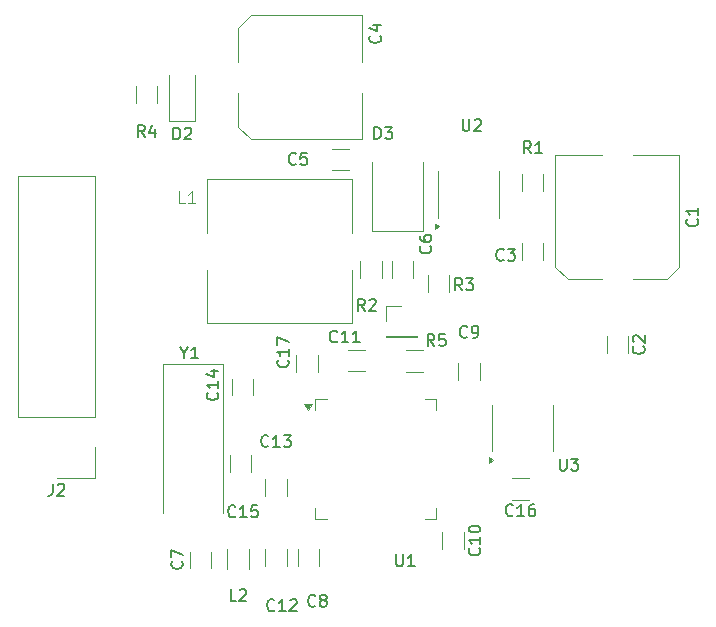
<source format=gbr>
%TF.GenerationSoftware,KiCad,Pcbnew,8.0.1*%
%TF.CreationDate,2025-05-19T10:21:45+02:00*%
%TF.ProjectId,stm32f103 board,73746d33-3266-4313-9033-20626f617264,rev?*%
%TF.SameCoordinates,Original*%
%TF.FileFunction,Legend,Top*%
%TF.FilePolarity,Positive*%
%FSLAX46Y46*%
G04 Gerber Fmt 4.6, Leading zero omitted, Abs format (unit mm)*
G04 Created by KiCad (PCBNEW 8.0.1) date 2025-05-19 10:21:45*
%MOMM*%
%LPD*%
G01*
G04 APERTURE LIST*
%ADD10C,0.150000*%
%ADD11C,0.100000*%
%ADD12C,0.120000*%
G04 APERTURE END LIST*
D10*
X119913333Y-104994819D02*
X119580000Y-104518628D01*
X119341905Y-104994819D02*
X119341905Y-103994819D01*
X119341905Y-103994819D02*
X119722857Y-103994819D01*
X119722857Y-103994819D02*
X119818095Y-104042438D01*
X119818095Y-104042438D02*
X119865714Y-104090057D01*
X119865714Y-104090057D02*
X119913333Y-104185295D01*
X119913333Y-104185295D02*
X119913333Y-104328152D01*
X119913333Y-104328152D02*
X119865714Y-104423390D01*
X119865714Y-104423390D02*
X119818095Y-104471009D01*
X119818095Y-104471009D02*
X119722857Y-104518628D01*
X119722857Y-104518628D02*
X119341905Y-104518628D01*
X120818095Y-103994819D02*
X120341905Y-103994819D01*
X120341905Y-103994819D02*
X120294286Y-104471009D01*
X120294286Y-104471009D02*
X120341905Y-104423390D01*
X120341905Y-104423390D02*
X120437143Y-104375771D01*
X120437143Y-104375771D02*
X120675238Y-104375771D01*
X120675238Y-104375771D02*
X120770476Y-104423390D01*
X120770476Y-104423390D02*
X120818095Y-104471009D01*
X120818095Y-104471009D02*
X120865714Y-104566247D01*
X120865714Y-104566247D02*
X120865714Y-104804342D01*
X120865714Y-104804342D02*
X120818095Y-104899580D01*
X120818095Y-104899580D02*
X120770476Y-104947200D01*
X120770476Y-104947200D02*
X120675238Y-104994819D01*
X120675238Y-104994819D02*
X120437143Y-104994819D01*
X120437143Y-104994819D02*
X120341905Y-104947200D01*
X120341905Y-104947200D02*
X120294286Y-104899580D01*
X107499580Y-106192857D02*
X107547200Y-106240476D01*
X107547200Y-106240476D02*
X107594819Y-106383333D01*
X107594819Y-106383333D02*
X107594819Y-106478571D01*
X107594819Y-106478571D02*
X107547200Y-106621428D01*
X107547200Y-106621428D02*
X107451961Y-106716666D01*
X107451961Y-106716666D02*
X107356723Y-106764285D01*
X107356723Y-106764285D02*
X107166247Y-106811904D01*
X107166247Y-106811904D02*
X107023390Y-106811904D01*
X107023390Y-106811904D02*
X106832914Y-106764285D01*
X106832914Y-106764285D02*
X106737676Y-106716666D01*
X106737676Y-106716666D02*
X106642438Y-106621428D01*
X106642438Y-106621428D02*
X106594819Y-106478571D01*
X106594819Y-106478571D02*
X106594819Y-106383333D01*
X106594819Y-106383333D02*
X106642438Y-106240476D01*
X106642438Y-106240476D02*
X106690057Y-106192857D01*
X107594819Y-105240476D02*
X107594819Y-105811904D01*
X107594819Y-105526190D02*
X106594819Y-105526190D01*
X106594819Y-105526190D02*
X106737676Y-105621428D01*
X106737676Y-105621428D02*
X106832914Y-105716666D01*
X106832914Y-105716666D02*
X106880533Y-105811904D01*
X106594819Y-104907142D02*
X106594819Y-104240476D01*
X106594819Y-104240476D02*
X107594819Y-104669047D01*
X126557142Y-119309580D02*
X126509523Y-119357200D01*
X126509523Y-119357200D02*
X126366666Y-119404819D01*
X126366666Y-119404819D02*
X126271428Y-119404819D01*
X126271428Y-119404819D02*
X126128571Y-119357200D01*
X126128571Y-119357200D02*
X126033333Y-119261961D01*
X126033333Y-119261961D02*
X125985714Y-119166723D01*
X125985714Y-119166723D02*
X125938095Y-118976247D01*
X125938095Y-118976247D02*
X125938095Y-118833390D01*
X125938095Y-118833390D02*
X125985714Y-118642914D01*
X125985714Y-118642914D02*
X126033333Y-118547676D01*
X126033333Y-118547676D02*
X126128571Y-118452438D01*
X126128571Y-118452438D02*
X126271428Y-118404819D01*
X126271428Y-118404819D02*
X126366666Y-118404819D01*
X126366666Y-118404819D02*
X126509523Y-118452438D01*
X126509523Y-118452438D02*
X126557142Y-118500057D01*
X127509523Y-119404819D02*
X126938095Y-119404819D01*
X127223809Y-119404819D02*
X127223809Y-118404819D01*
X127223809Y-118404819D02*
X127128571Y-118547676D01*
X127128571Y-118547676D02*
X127033333Y-118642914D01*
X127033333Y-118642914D02*
X126938095Y-118690533D01*
X128366666Y-118404819D02*
X128176190Y-118404819D01*
X128176190Y-118404819D02*
X128080952Y-118452438D01*
X128080952Y-118452438D02*
X128033333Y-118500057D01*
X128033333Y-118500057D02*
X127938095Y-118642914D01*
X127938095Y-118642914D02*
X127890476Y-118833390D01*
X127890476Y-118833390D02*
X127890476Y-119214342D01*
X127890476Y-119214342D02*
X127938095Y-119309580D01*
X127938095Y-119309580D02*
X127985714Y-119357200D01*
X127985714Y-119357200D02*
X128080952Y-119404819D01*
X128080952Y-119404819D02*
X128271428Y-119404819D01*
X128271428Y-119404819D02*
X128366666Y-119357200D01*
X128366666Y-119357200D02*
X128414285Y-119309580D01*
X128414285Y-119309580D02*
X128461904Y-119214342D01*
X128461904Y-119214342D02*
X128461904Y-118976247D01*
X128461904Y-118976247D02*
X128414285Y-118881009D01*
X128414285Y-118881009D02*
X128366666Y-118833390D01*
X128366666Y-118833390D02*
X128271428Y-118785771D01*
X128271428Y-118785771D02*
X128080952Y-118785771D01*
X128080952Y-118785771D02*
X127985714Y-118833390D01*
X127985714Y-118833390D02*
X127938095Y-118881009D01*
X127938095Y-118881009D02*
X127890476Y-118976247D01*
X101529580Y-108942857D02*
X101577200Y-108990476D01*
X101577200Y-108990476D02*
X101624819Y-109133333D01*
X101624819Y-109133333D02*
X101624819Y-109228571D01*
X101624819Y-109228571D02*
X101577200Y-109371428D01*
X101577200Y-109371428D02*
X101481961Y-109466666D01*
X101481961Y-109466666D02*
X101386723Y-109514285D01*
X101386723Y-109514285D02*
X101196247Y-109561904D01*
X101196247Y-109561904D02*
X101053390Y-109561904D01*
X101053390Y-109561904D02*
X100862914Y-109514285D01*
X100862914Y-109514285D02*
X100767676Y-109466666D01*
X100767676Y-109466666D02*
X100672438Y-109371428D01*
X100672438Y-109371428D02*
X100624819Y-109228571D01*
X100624819Y-109228571D02*
X100624819Y-109133333D01*
X100624819Y-109133333D02*
X100672438Y-108990476D01*
X100672438Y-108990476D02*
X100720057Y-108942857D01*
X101624819Y-107990476D02*
X101624819Y-108561904D01*
X101624819Y-108276190D02*
X100624819Y-108276190D01*
X100624819Y-108276190D02*
X100767676Y-108371428D01*
X100767676Y-108371428D02*
X100862914Y-108466666D01*
X100862914Y-108466666D02*
X100910533Y-108561904D01*
X100958152Y-107133333D02*
X101624819Y-107133333D01*
X100577200Y-107371428D02*
X101291485Y-107609523D01*
X101291485Y-107609523D02*
X101291485Y-106990476D01*
X119569580Y-96546666D02*
X119617200Y-96594285D01*
X119617200Y-96594285D02*
X119664819Y-96737142D01*
X119664819Y-96737142D02*
X119664819Y-96832380D01*
X119664819Y-96832380D02*
X119617200Y-96975237D01*
X119617200Y-96975237D02*
X119521961Y-97070475D01*
X119521961Y-97070475D02*
X119426723Y-97118094D01*
X119426723Y-97118094D02*
X119236247Y-97165713D01*
X119236247Y-97165713D02*
X119093390Y-97165713D01*
X119093390Y-97165713D02*
X118902914Y-97118094D01*
X118902914Y-97118094D02*
X118807676Y-97070475D01*
X118807676Y-97070475D02*
X118712438Y-96975237D01*
X118712438Y-96975237D02*
X118664819Y-96832380D01*
X118664819Y-96832380D02*
X118664819Y-96737142D01*
X118664819Y-96737142D02*
X118712438Y-96594285D01*
X118712438Y-96594285D02*
X118760057Y-96546666D01*
X118664819Y-95689523D02*
X118664819Y-95879999D01*
X118664819Y-95879999D02*
X118712438Y-95975237D01*
X118712438Y-95975237D02*
X118760057Y-96022856D01*
X118760057Y-96022856D02*
X118902914Y-96118094D01*
X118902914Y-96118094D02*
X119093390Y-96165713D01*
X119093390Y-96165713D02*
X119474342Y-96165713D01*
X119474342Y-96165713D02*
X119569580Y-96118094D01*
X119569580Y-96118094D02*
X119617200Y-96070475D01*
X119617200Y-96070475D02*
X119664819Y-95975237D01*
X119664819Y-95975237D02*
X119664819Y-95784761D01*
X119664819Y-95784761D02*
X119617200Y-95689523D01*
X119617200Y-95689523D02*
X119569580Y-95641904D01*
X119569580Y-95641904D02*
X119474342Y-95594285D01*
X119474342Y-95594285D02*
X119236247Y-95594285D01*
X119236247Y-95594285D02*
X119141009Y-95641904D01*
X119141009Y-95641904D02*
X119093390Y-95689523D01*
X119093390Y-95689523D02*
X119045771Y-95784761D01*
X119045771Y-95784761D02*
X119045771Y-95975237D01*
X119045771Y-95975237D02*
X119093390Y-96070475D01*
X119093390Y-96070475D02*
X119141009Y-96118094D01*
X119141009Y-96118094D02*
X119236247Y-96165713D01*
X122683333Y-104209580D02*
X122635714Y-104257200D01*
X122635714Y-104257200D02*
X122492857Y-104304819D01*
X122492857Y-104304819D02*
X122397619Y-104304819D01*
X122397619Y-104304819D02*
X122254762Y-104257200D01*
X122254762Y-104257200D02*
X122159524Y-104161961D01*
X122159524Y-104161961D02*
X122111905Y-104066723D01*
X122111905Y-104066723D02*
X122064286Y-103876247D01*
X122064286Y-103876247D02*
X122064286Y-103733390D01*
X122064286Y-103733390D02*
X122111905Y-103542914D01*
X122111905Y-103542914D02*
X122159524Y-103447676D01*
X122159524Y-103447676D02*
X122254762Y-103352438D01*
X122254762Y-103352438D02*
X122397619Y-103304819D01*
X122397619Y-103304819D02*
X122492857Y-103304819D01*
X122492857Y-103304819D02*
X122635714Y-103352438D01*
X122635714Y-103352438D02*
X122683333Y-103400057D01*
X123159524Y-104304819D02*
X123350000Y-104304819D01*
X123350000Y-104304819D02*
X123445238Y-104257200D01*
X123445238Y-104257200D02*
X123492857Y-104209580D01*
X123492857Y-104209580D02*
X123588095Y-104066723D01*
X123588095Y-104066723D02*
X123635714Y-103876247D01*
X123635714Y-103876247D02*
X123635714Y-103495295D01*
X123635714Y-103495295D02*
X123588095Y-103400057D01*
X123588095Y-103400057D02*
X123540476Y-103352438D01*
X123540476Y-103352438D02*
X123445238Y-103304819D01*
X123445238Y-103304819D02*
X123254762Y-103304819D01*
X123254762Y-103304819D02*
X123159524Y-103352438D01*
X123159524Y-103352438D02*
X123111905Y-103400057D01*
X123111905Y-103400057D02*
X123064286Y-103495295D01*
X123064286Y-103495295D02*
X123064286Y-103733390D01*
X123064286Y-103733390D02*
X123111905Y-103828628D01*
X123111905Y-103828628D02*
X123159524Y-103876247D01*
X123159524Y-103876247D02*
X123254762Y-103923866D01*
X123254762Y-103923866D02*
X123445238Y-103923866D01*
X123445238Y-103923866D02*
X123540476Y-103876247D01*
X123540476Y-103876247D02*
X123588095Y-103828628D01*
X123588095Y-103828628D02*
X123635714Y-103733390D01*
X114836905Y-87479819D02*
X114836905Y-86479819D01*
X114836905Y-86479819D02*
X115075000Y-86479819D01*
X115075000Y-86479819D02*
X115217857Y-86527438D01*
X115217857Y-86527438D02*
X115313095Y-86622676D01*
X115313095Y-86622676D02*
X115360714Y-86717914D01*
X115360714Y-86717914D02*
X115408333Y-86908390D01*
X115408333Y-86908390D02*
X115408333Y-87051247D01*
X115408333Y-87051247D02*
X115360714Y-87241723D01*
X115360714Y-87241723D02*
X115313095Y-87336961D01*
X115313095Y-87336961D02*
X115217857Y-87432200D01*
X115217857Y-87432200D02*
X115075000Y-87479819D01*
X115075000Y-87479819D02*
X114836905Y-87479819D01*
X115741667Y-86479819D02*
X116360714Y-86479819D01*
X116360714Y-86479819D02*
X116027381Y-86860771D01*
X116027381Y-86860771D02*
X116170238Y-86860771D01*
X116170238Y-86860771D02*
X116265476Y-86908390D01*
X116265476Y-86908390D02*
X116313095Y-86956009D01*
X116313095Y-86956009D02*
X116360714Y-87051247D01*
X116360714Y-87051247D02*
X116360714Y-87289342D01*
X116360714Y-87289342D02*
X116313095Y-87384580D01*
X116313095Y-87384580D02*
X116265476Y-87432200D01*
X116265476Y-87432200D02*
X116170238Y-87479819D01*
X116170238Y-87479819D02*
X115884524Y-87479819D01*
X115884524Y-87479819D02*
X115789286Y-87432200D01*
X115789286Y-87432200D02*
X115741667Y-87384580D01*
X142159580Y-94266666D02*
X142207200Y-94314285D01*
X142207200Y-94314285D02*
X142254819Y-94457142D01*
X142254819Y-94457142D02*
X142254819Y-94552380D01*
X142254819Y-94552380D02*
X142207200Y-94695237D01*
X142207200Y-94695237D02*
X142111961Y-94790475D01*
X142111961Y-94790475D02*
X142016723Y-94838094D01*
X142016723Y-94838094D02*
X141826247Y-94885713D01*
X141826247Y-94885713D02*
X141683390Y-94885713D01*
X141683390Y-94885713D02*
X141492914Y-94838094D01*
X141492914Y-94838094D02*
X141397676Y-94790475D01*
X141397676Y-94790475D02*
X141302438Y-94695237D01*
X141302438Y-94695237D02*
X141254819Y-94552380D01*
X141254819Y-94552380D02*
X141254819Y-94457142D01*
X141254819Y-94457142D02*
X141302438Y-94314285D01*
X141302438Y-94314285D02*
X141350057Y-94266666D01*
X142254819Y-93314285D02*
X142254819Y-93885713D01*
X142254819Y-93599999D02*
X141254819Y-93599999D01*
X141254819Y-93599999D02*
X141397676Y-93695237D01*
X141397676Y-93695237D02*
X141492914Y-93790475D01*
X141492914Y-93790475D02*
X141540533Y-93885713D01*
X115309580Y-78716666D02*
X115357200Y-78764285D01*
X115357200Y-78764285D02*
X115404819Y-78907142D01*
X115404819Y-78907142D02*
X115404819Y-79002380D01*
X115404819Y-79002380D02*
X115357200Y-79145237D01*
X115357200Y-79145237D02*
X115261961Y-79240475D01*
X115261961Y-79240475D02*
X115166723Y-79288094D01*
X115166723Y-79288094D02*
X114976247Y-79335713D01*
X114976247Y-79335713D02*
X114833390Y-79335713D01*
X114833390Y-79335713D02*
X114642914Y-79288094D01*
X114642914Y-79288094D02*
X114547676Y-79240475D01*
X114547676Y-79240475D02*
X114452438Y-79145237D01*
X114452438Y-79145237D02*
X114404819Y-79002380D01*
X114404819Y-79002380D02*
X114404819Y-78907142D01*
X114404819Y-78907142D02*
X114452438Y-78764285D01*
X114452438Y-78764285D02*
X114500057Y-78716666D01*
X114738152Y-77859523D02*
X115404819Y-77859523D01*
X114357200Y-78097618D02*
X115071485Y-78335713D01*
X115071485Y-78335713D02*
X115071485Y-77716666D01*
D11*
X98783333Y-92907419D02*
X98307143Y-92907419D01*
X98307143Y-92907419D02*
X98307143Y-91907419D01*
X99640476Y-92907419D02*
X99069048Y-92907419D01*
X99354762Y-92907419D02*
X99354762Y-91907419D01*
X99354762Y-91907419D02*
X99259524Y-92050276D01*
X99259524Y-92050276D02*
X99164286Y-92145514D01*
X99164286Y-92145514D02*
X99069048Y-92193133D01*
D10*
X109833333Y-126984580D02*
X109785714Y-127032200D01*
X109785714Y-127032200D02*
X109642857Y-127079819D01*
X109642857Y-127079819D02*
X109547619Y-127079819D01*
X109547619Y-127079819D02*
X109404762Y-127032200D01*
X109404762Y-127032200D02*
X109309524Y-126936961D01*
X109309524Y-126936961D02*
X109261905Y-126841723D01*
X109261905Y-126841723D02*
X109214286Y-126651247D01*
X109214286Y-126651247D02*
X109214286Y-126508390D01*
X109214286Y-126508390D02*
X109261905Y-126317914D01*
X109261905Y-126317914D02*
X109309524Y-126222676D01*
X109309524Y-126222676D02*
X109404762Y-126127438D01*
X109404762Y-126127438D02*
X109547619Y-126079819D01*
X109547619Y-126079819D02*
X109642857Y-126079819D01*
X109642857Y-126079819D02*
X109785714Y-126127438D01*
X109785714Y-126127438D02*
X109833333Y-126175057D01*
X110404762Y-126508390D02*
X110309524Y-126460771D01*
X110309524Y-126460771D02*
X110261905Y-126413152D01*
X110261905Y-126413152D02*
X110214286Y-126317914D01*
X110214286Y-126317914D02*
X110214286Y-126270295D01*
X110214286Y-126270295D02*
X110261905Y-126175057D01*
X110261905Y-126175057D02*
X110309524Y-126127438D01*
X110309524Y-126127438D02*
X110404762Y-126079819D01*
X110404762Y-126079819D02*
X110595238Y-126079819D01*
X110595238Y-126079819D02*
X110690476Y-126127438D01*
X110690476Y-126127438D02*
X110738095Y-126175057D01*
X110738095Y-126175057D02*
X110785714Y-126270295D01*
X110785714Y-126270295D02*
X110785714Y-126317914D01*
X110785714Y-126317914D02*
X110738095Y-126413152D01*
X110738095Y-126413152D02*
X110690476Y-126460771D01*
X110690476Y-126460771D02*
X110595238Y-126508390D01*
X110595238Y-126508390D02*
X110404762Y-126508390D01*
X110404762Y-126508390D02*
X110309524Y-126556009D01*
X110309524Y-126556009D02*
X110261905Y-126603628D01*
X110261905Y-126603628D02*
X110214286Y-126698866D01*
X110214286Y-126698866D02*
X110214286Y-126889342D01*
X110214286Y-126889342D02*
X110261905Y-126984580D01*
X110261905Y-126984580D02*
X110309524Y-127032200D01*
X110309524Y-127032200D02*
X110404762Y-127079819D01*
X110404762Y-127079819D02*
X110595238Y-127079819D01*
X110595238Y-127079819D02*
X110690476Y-127032200D01*
X110690476Y-127032200D02*
X110738095Y-126984580D01*
X110738095Y-126984580D02*
X110785714Y-126889342D01*
X110785714Y-126889342D02*
X110785714Y-126698866D01*
X110785714Y-126698866D02*
X110738095Y-126603628D01*
X110738095Y-126603628D02*
X110690476Y-126556009D01*
X110690476Y-126556009D02*
X110595238Y-126508390D01*
X103057142Y-119409580D02*
X103009523Y-119457200D01*
X103009523Y-119457200D02*
X102866666Y-119504819D01*
X102866666Y-119504819D02*
X102771428Y-119504819D01*
X102771428Y-119504819D02*
X102628571Y-119457200D01*
X102628571Y-119457200D02*
X102533333Y-119361961D01*
X102533333Y-119361961D02*
X102485714Y-119266723D01*
X102485714Y-119266723D02*
X102438095Y-119076247D01*
X102438095Y-119076247D02*
X102438095Y-118933390D01*
X102438095Y-118933390D02*
X102485714Y-118742914D01*
X102485714Y-118742914D02*
X102533333Y-118647676D01*
X102533333Y-118647676D02*
X102628571Y-118552438D01*
X102628571Y-118552438D02*
X102771428Y-118504819D01*
X102771428Y-118504819D02*
X102866666Y-118504819D01*
X102866666Y-118504819D02*
X103009523Y-118552438D01*
X103009523Y-118552438D02*
X103057142Y-118600057D01*
X104009523Y-119504819D02*
X103438095Y-119504819D01*
X103723809Y-119504819D02*
X103723809Y-118504819D01*
X103723809Y-118504819D02*
X103628571Y-118647676D01*
X103628571Y-118647676D02*
X103533333Y-118742914D01*
X103533333Y-118742914D02*
X103438095Y-118790533D01*
X104914285Y-118504819D02*
X104438095Y-118504819D01*
X104438095Y-118504819D02*
X104390476Y-118981009D01*
X104390476Y-118981009D02*
X104438095Y-118933390D01*
X104438095Y-118933390D02*
X104533333Y-118885771D01*
X104533333Y-118885771D02*
X104771428Y-118885771D01*
X104771428Y-118885771D02*
X104866666Y-118933390D01*
X104866666Y-118933390D02*
X104914285Y-118981009D01*
X104914285Y-118981009D02*
X104961904Y-119076247D01*
X104961904Y-119076247D02*
X104961904Y-119314342D01*
X104961904Y-119314342D02*
X104914285Y-119409580D01*
X104914285Y-119409580D02*
X104866666Y-119457200D01*
X104866666Y-119457200D02*
X104771428Y-119504819D01*
X104771428Y-119504819D02*
X104533333Y-119504819D01*
X104533333Y-119504819D02*
X104438095Y-119457200D01*
X104438095Y-119457200D02*
X104390476Y-119409580D01*
X116688095Y-122654819D02*
X116688095Y-123464342D01*
X116688095Y-123464342D02*
X116735714Y-123559580D01*
X116735714Y-123559580D02*
X116783333Y-123607200D01*
X116783333Y-123607200D02*
X116878571Y-123654819D01*
X116878571Y-123654819D02*
X117069047Y-123654819D01*
X117069047Y-123654819D02*
X117164285Y-123607200D01*
X117164285Y-123607200D02*
X117211904Y-123559580D01*
X117211904Y-123559580D02*
X117259523Y-123464342D01*
X117259523Y-123464342D02*
X117259523Y-122654819D01*
X118259523Y-123654819D02*
X117688095Y-123654819D01*
X117973809Y-123654819D02*
X117973809Y-122654819D01*
X117973809Y-122654819D02*
X117878571Y-122797676D01*
X117878571Y-122797676D02*
X117783333Y-122892914D01*
X117783333Y-122892914D02*
X117688095Y-122940533D01*
X105857142Y-113459580D02*
X105809523Y-113507200D01*
X105809523Y-113507200D02*
X105666666Y-113554819D01*
X105666666Y-113554819D02*
X105571428Y-113554819D01*
X105571428Y-113554819D02*
X105428571Y-113507200D01*
X105428571Y-113507200D02*
X105333333Y-113411961D01*
X105333333Y-113411961D02*
X105285714Y-113316723D01*
X105285714Y-113316723D02*
X105238095Y-113126247D01*
X105238095Y-113126247D02*
X105238095Y-112983390D01*
X105238095Y-112983390D02*
X105285714Y-112792914D01*
X105285714Y-112792914D02*
X105333333Y-112697676D01*
X105333333Y-112697676D02*
X105428571Y-112602438D01*
X105428571Y-112602438D02*
X105571428Y-112554819D01*
X105571428Y-112554819D02*
X105666666Y-112554819D01*
X105666666Y-112554819D02*
X105809523Y-112602438D01*
X105809523Y-112602438D02*
X105857142Y-112650057D01*
X106809523Y-113554819D02*
X106238095Y-113554819D01*
X106523809Y-113554819D02*
X106523809Y-112554819D01*
X106523809Y-112554819D02*
X106428571Y-112697676D01*
X106428571Y-112697676D02*
X106333333Y-112792914D01*
X106333333Y-112792914D02*
X106238095Y-112840533D01*
X107142857Y-112554819D02*
X107761904Y-112554819D01*
X107761904Y-112554819D02*
X107428571Y-112935771D01*
X107428571Y-112935771D02*
X107571428Y-112935771D01*
X107571428Y-112935771D02*
X107666666Y-112983390D01*
X107666666Y-112983390D02*
X107714285Y-113031009D01*
X107714285Y-113031009D02*
X107761904Y-113126247D01*
X107761904Y-113126247D02*
X107761904Y-113364342D01*
X107761904Y-113364342D02*
X107714285Y-113459580D01*
X107714285Y-113459580D02*
X107666666Y-113507200D01*
X107666666Y-113507200D02*
X107571428Y-113554819D01*
X107571428Y-113554819D02*
X107285714Y-113554819D01*
X107285714Y-113554819D02*
X107190476Y-113507200D01*
X107190476Y-113507200D02*
X107142857Y-113459580D01*
X122263333Y-100284819D02*
X121930000Y-99808628D01*
X121691905Y-100284819D02*
X121691905Y-99284819D01*
X121691905Y-99284819D02*
X122072857Y-99284819D01*
X122072857Y-99284819D02*
X122168095Y-99332438D01*
X122168095Y-99332438D02*
X122215714Y-99380057D01*
X122215714Y-99380057D02*
X122263333Y-99475295D01*
X122263333Y-99475295D02*
X122263333Y-99618152D01*
X122263333Y-99618152D02*
X122215714Y-99713390D01*
X122215714Y-99713390D02*
X122168095Y-99761009D01*
X122168095Y-99761009D02*
X122072857Y-99808628D01*
X122072857Y-99808628D02*
X121691905Y-99808628D01*
X122596667Y-99284819D02*
X123215714Y-99284819D01*
X123215714Y-99284819D02*
X122882381Y-99665771D01*
X122882381Y-99665771D02*
X123025238Y-99665771D01*
X123025238Y-99665771D02*
X123120476Y-99713390D01*
X123120476Y-99713390D02*
X123168095Y-99761009D01*
X123168095Y-99761009D02*
X123215714Y-99856247D01*
X123215714Y-99856247D02*
X123215714Y-100094342D01*
X123215714Y-100094342D02*
X123168095Y-100189580D01*
X123168095Y-100189580D02*
X123120476Y-100237200D01*
X123120476Y-100237200D02*
X123025238Y-100284819D01*
X123025238Y-100284819D02*
X122739524Y-100284819D01*
X122739524Y-100284819D02*
X122644286Y-100237200D01*
X122644286Y-100237200D02*
X122596667Y-100189580D01*
X108183333Y-89559580D02*
X108135714Y-89607200D01*
X108135714Y-89607200D02*
X107992857Y-89654819D01*
X107992857Y-89654819D02*
X107897619Y-89654819D01*
X107897619Y-89654819D02*
X107754762Y-89607200D01*
X107754762Y-89607200D02*
X107659524Y-89511961D01*
X107659524Y-89511961D02*
X107611905Y-89416723D01*
X107611905Y-89416723D02*
X107564286Y-89226247D01*
X107564286Y-89226247D02*
X107564286Y-89083390D01*
X107564286Y-89083390D02*
X107611905Y-88892914D01*
X107611905Y-88892914D02*
X107659524Y-88797676D01*
X107659524Y-88797676D02*
X107754762Y-88702438D01*
X107754762Y-88702438D02*
X107897619Y-88654819D01*
X107897619Y-88654819D02*
X107992857Y-88654819D01*
X107992857Y-88654819D02*
X108135714Y-88702438D01*
X108135714Y-88702438D02*
X108183333Y-88750057D01*
X109088095Y-88654819D02*
X108611905Y-88654819D01*
X108611905Y-88654819D02*
X108564286Y-89131009D01*
X108564286Y-89131009D02*
X108611905Y-89083390D01*
X108611905Y-89083390D02*
X108707143Y-89035771D01*
X108707143Y-89035771D02*
X108945238Y-89035771D01*
X108945238Y-89035771D02*
X109040476Y-89083390D01*
X109040476Y-89083390D02*
X109088095Y-89131009D01*
X109088095Y-89131009D02*
X109135714Y-89226247D01*
X109135714Y-89226247D02*
X109135714Y-89464342D01*
X109135714Y-89464342D02*
X109088095Y-89559580D01*
X109088095Y-89559580D02*
X109040476Y-89607200D01*
X109040476Y-89607200D02*
X108945238Y-89654819D01*
X108945238Y-89654819D02*
X108707143Y-89654819D01*
X108707143Y-89654819D02*
X108611905Y-89607200D01*
X108611905Y-89607200D02*
X108564286Y-89559580D01*
X98534580Y-123241666D02*
X98582200Y-123289285D01*
X98582200Y-123289285D02*
X98629819Y-123432142D01*
X98629819Y-123432142D02*
X98629819Y-123527380D01*
X98629819Y-123527380D02*
X98582200Y-123670237D01*
X98582200Y-123670237D02*
X98486961Y-123765475D01*
X98486961Y-123765475D02*
X98391723Y-123813094D01*
X98391723Y-123813094D02*
X98201247Y-123860713D01*
X98201247Y-123860713D02*
X98058390Y-123860713D01*
X98058390Y-123860713D02*
X97867914Y-123813094D01*
X97867914Y-123813094D02*
X97772676Y-123765475D01*
X97772676Y-123765475D02*
X97677438Y-123670237D01*
X97677438Y-123670237D02*
X97629819Y-123527380D01*
X97629819Y-123527380D02*
X97629819Y-123432142D01*
X97629819Y-123432142D02*
X97677438Y-123289285D01*
X97677438Y-123289285D02*
X97725057Y-123241666D01*
X97629819Y-122908332D02*
X97629819Y-122241666D01*
X97629819Y-122241666D02*
X98629819Y-122670237D01*
X97811905Y-87504819D02*
X97811905Y-86504819D01*
X97811905Y-86504819D02*
X98050000Y-86504819D01*
X98050000Y-86504819D02*
X98192857Y-86552438D01*
X98192857Y-86552438D02*
X98288095Y-86647676D01*
X98288095Y-86647676D02*
X98335714Y-86742914D01*
X98335714Y-86742914D02*
X98383333Y-86933390D01*
X98383333Y-86933390D02*
X98383333Y-87076247D01*
X98383333Y-87076247D02*
X98335714Y-87266723D01*
X98335714Y-87266723D02*
X98288095Y-87361961D01*
X98288095Y-87361961D02*
X98192857Y-87457200D01*
X98192857Y-87457200D02*
X98050000Y-87504819D01*
X98050000Y-87504819D02*
X97811905Y-87504819D01*
X98764286Y-86600057D02*
X98811905Y-86552438D01*
X98811905Y-86552438D02*
X98907143Y-86504819D01*
X98907143Y-86504819D02*
X99145238Y-86504819D01*
X99145238Y-86504819D02*
X99240476Y-86552438D01*
X99240476Y-86552438D02*
X99288095Y-86600057D01*
X99288095Y-86600057D02*
X99335714Y-86695295D01*
X99335714Y-86695295D02*
X99335714Y-86790533D01*
X99335714Y-86790533D02*
X99288095Y-86933390D01*
X99288095Y-86933390D02*
X98716667Y-87504819D01*
X98716667Y-87504819D02*
X99335714Y-87504819D01*
X95383333Y-87304819D02*
X95050000Y-86828628D01*
X94811905Y-87304819D02*
X94811905Y-86304819D01*
X94811905Y-86304819D02*
X95192857Y-86304819D01*
X95192857Y-86304819D02*
X95288095Y-86352438D01*
X95288095Y-86352438D02*
X95335714Y-86400057D01*
X95335714Y-86400057D02*
X95383333Y-86495295D01*
X95383333Y-86495295D02*
X95383333Y-86638152D01*
X95383333Y-86638152D02*
X95335714Y-86733390D01*
X95335714Y-86733390D02*
X95288095Y-86781009D01*
X95288095Y-86781009D02*
X95192857Y-86828628D01*
X95192857Y-86828628D02*
X94811905Y-86828628D01*
X96240476Y-86638152D02*
X96240476Y-87304819D01*
X96002381Y-86257200D02*
X95764286Y-86971485D01*
X95764286Y-86971485D02*
X96383333Y-86971485D01*
X111677142Y-104609580D02*
X111629523Y-104657200D01*
X111629523Y-104657200D02*
X111486666Y-104704819D01*
X111486666Y-104704819D02*
X111391428Y-104704819D01*
X111391428Y-104704819D02*
X111248571Y-104657200D01*
X111248571Y-104657200D02*
X111153333Y-104561961D01*
X111153333Y-104561961D02*
X111105714Y-104466723D01*
X111105714Y-104466723D02*
X111058095Y-104276247D01*
X111058095Y-104276247D02*
X111058095Y-104133390D01*
X111058095Y-104133390D02*
X111105714Y-103942914D01*
X111105714Y-103942914D02*
X111153333Y-103847676D01*
X111153333Y-103847676D02*
X111248571Y-103752438D01*
X111248571Y-103752438D02*
X111391428Y-103704819D01*
X111391428Y-103704819D02*
X111486666Y-103704819D01*
X111486666Y-103704819D02*
X111629523Y-103752438D01*
X111629523Y-103752438D02*
X111677142Y-103800057D01*
X112629523Y-104704819D02*
X112058095Y-104704819D01*
X112343809Y-104704819D02*
X112343809Y-103704819D01*
X112343809Y-103704819D02*
X112248571Y-103847676D01*
X112248571Y-103847676D02*
X112153333Y-103942914D01*
X112153333Y-103942914D02*
X112058095Y-103990533D01*
X113581904Y-104704819D02*
X113010476Y-104704819D01*
X113296190Y-104704819D02*
X113296190Y-103704819D01*
X113296190Y-103704819D02*
X113200952Y-103847676D01*
X113200952Y-103847676D02*
X113105714Y-103942914D01*
X113105714Y-103942914D02*
X113010476Y-103990533D01*
X98723809Y-105578628D02*
X98723809Y-106054819D01*
X98390476Y-105054819D02*
X98723809Y-105578628D01*
X98723809Y-105578628D02*
X99057142Y-105054819D01*
X99914285Y-106054819D02*
X99342857Y-106054819D01*
X99628571Y-106054819D02*
X99628571Y-105054819D01*
X99628571Y-105054819D02*
X99533333Y-105197676D01*
X99533333Y-105197676D02*
X99438095Y-105292914D01*
X99438095Y-105292914D02*
X99342857Y-105340533D01*
X106357142Y-127359580D02*
X106309523Y-127407200D01*
X106309523Y-127407200D02*
X106166666Y-127454819D01*
X106166666Y-127454819D02*
X106071428Y-127454819D01*
X106071428Y-127454819D02*
X105928571Y-127407200D01*
X105928571Y-127407200D02*
X105833333Y-127311961D01*
X105833333Y-127311961D02*
X105785714Y-127216723D01*
X105785714Y-127216723D02*
X105738095Y-127026247D01*
X105738095Y-127026247D02*
X105738095Y-126883390D01*
X105738095Y-126883390D02*
X105785714Y-126692914D01*
X105785714Y-126692914D02*
X105833333Y-126597676D01*
X105833333Y-126597676D02*
X105928571Y-126502438D01*
X105928571Y-126502438D02*
X106071428Y-126454819D01*
X106071428Y-126454819D02*
X106166666Y-126454819D01*
X106166666Y-126454819D02*
X106309523Y-126502438D01*
X106309523Y-126502438D02*
X106357142Y-126550057D01*
X107309523Y-127454819D02*
X106738095Y-127454819D01*
X107023809Y-127454819D02*
X107023809Y-126454819D01*
X107023809Y-126454819D02*
X106928571Y-126597676D01*
X106928571Y-126597676D02*
X106833333Y-126692914D01*
X106833333Y-126692914D02*
X106738095Y-126740533D01*
X107690476Y-126550057D02*
X107738095Y-126502438D01*
X107738095Y-126502438D02*
X107833333Y-126454819D01*
X107833333Y-126454819D02*
X108071428Y-126454819D01*
X108071428Y-126454819D02*
X108166666Y-126502438D01*
X108166666Y-126502438D02*
X108214285Y-126550057D01*
X108214285Y-126550057D02*
X108261904Y-126645295D01*
X108261904Y-126645295D02*
X108261904Y-126740533D01*
X108261904Y-126740533D02*
X108214285Y-126883390D01*
X108214285Y-126883390D02*
X107642857Y-127454819D01*
X107642857Y-127454819D02*
X108261904Y-127454819D01*
X103133333Y-126604819D02*
X102657143Y-126604819D01*
X102657143Y-126604819D02*
X102657143Y-125604819D01*
X103419048Y-125700057D02*
X103466667Y-125652438D01*
X103466667Y-125652438D02*
X103561905Y-125604819D01*
X103561905Y-125604819D02*
X103800000Y-125604819D01*
X103800000Y-125604819D02*
X103895238Y-125652438D01*
X103895238Y-125652438D02*
X103942857Y-125700057D01*
X103942857Y-125700057D02*
X103990476Y-125795295D01*
X103990476Y-125795295D02*
X103990476Y-125890533D01*
X103990476Y-125890533D02*
X103942857Y-126033390D01*
X103942857Y-126033390D02*
X103371429Y-126604819D01*
X103371429Y-126604819D02*
X103990476Y-126604819D01*
X87591666Y-116664819D02*
X87591666Y-117379104D01*
X87591666Y-117379104D02*
X87544047Y-117521961D01*
X87544047Y-117521961D02*
X87448809Y-117617200D01*
X87448809Y-117617200D02*
X87305952Y-117664819D01*
X87305952Y-117664819D02*
X87210714Y-117664819D01*
X88020238Y-116760057D02*
X88067857Y-116712438D01*
X88067857Y-116712438D02*
X88163095Y-116664819D01*
X88163095Y-116664819D02*
X88401190Y-116664819D01*
X88401190Y-116664819D02*
X88496428Y-116712438D01*
X88496428Y-116712438D02*
X88544047Y-116760057D01*
X88544047Y-116760057D02*
X88591666Y-116855295D01*
X88591666Y-116855295D02*
X88591666Y-116950533D01*
X88591666Y-116950533D02*
X88544047Y-117093390D01*
X88544047Y-117093390D02*
X87972619Y-117664819D01*
X87972619Y-117664819D02*
X88591666Y-117664819D01*
X114013333Y-102034819D02*
X113680000Y-101558628D01*
X113441905Y-102034819D02*
X113441905Y-101034819D01*
X113441905Y-101034819D02*
X113822857Y-101034819D01*
X113822857Y-101034819D02*
X113918095Y-101082438D01*
X113918095Y-101082438D02*
X113965714Y-101130057D01*
X113965714Y-101130057D02*
X114013333Y-101225295D01*
X114013333Y-101225295D02*
X114013333Y-101368152D01*
X114013333Y-101368152D02*
X113965714Y-101463390D01*
X113965714Y-101463390D02*
X113918095Y-101511009D01*
X113918095Y-101511009D02*
X113822857Y-101558628D01*
X113822857Y-101558628D02*
X113441905Y-101558628D01*
X114394286Y-101130057D02*
X114441905Y-101082438D01*
X114441905Y-101082438D02*
X114537143Y-101034819D01*
X114537143Y-101034819D02*
X114775238Y-101034819D01*
X114775238Y-101034819D02*
X114870476Y-101082438D01*
X114870476Y-101082438D02*
X114918095Y-101130057D01*
X114918095Y-101130057D02*
X114965714Y-101225295D01*
X114965714Y-101225295D02*
X114965714Y-101320533D01*
X114965714Y-101320533D02*
X114918095Y-101463390D01*
X114918095Y-101463390D02*
X114346667Y-102034819D01*
X114346667Y-102034819D02*
X114965714Y-102034819D01*
X123709580Y-122117857D02*
X123757200Y-122165476D01*
X123757200Y-122165476D02*
X123804819Y-122308333D01*
X123804819Y-122308333D02*
X123804819Y-122403571D01*
X123804819Y-122403571D02*
X123757200Y-122546428D01*
X123757200Y-122546428D02*
X123661961Y-122641666D01*
X123661961Y-122641666D02*
X123566723Y-122689285D01*
X123566723Y-122689285D02*
X123376247Y-122736904D01*
X123376247Y-122736904D02*
X123233390Y-122736904D01*
X123233390Y-122736904D02*
X123042914Y-122689285D01*
X123042914Y-122689285D02*
X122947676Y-122641666D01*
X122947676Y-122641666D02*
X122852438Y-122546428D01*
X122852438Y-122546428D02*
X122804819Y-122403571D01*
X122804819Y-122403571D02*
X122804819Y-122308333D01*
X122804819Y-122308333D02*
X122852438Y-122165476D01*
X122852438Y-122165476D02*
X122900057Y-122117857D01*
X123804819Y-121165476D02*
X123804819Y-121736904D01*
X123804819Y-121451190D02*
X122804819Y-121451190D01*
X122804819Y-121451190D02*
X122947676Y-121546428D01*
X122947676Y-121546428D02*
X123042914Y-121641666D01*
X123042914Y-121641666D02*
X123090533Y-121736904D01*
X122804819Y-120546428D02*
X122804819Y-120451190D01*
X122804819Y-120451190D02*
X122852438Y-120355952D01*
X122852438Y-120355952D02*
X122900057Y-120308333D01*
X122900057Y-120308333D02*
X122995295Y-120260714D01*
X122995295Y-120260714D02*
X123185771Y-120213095D01*
X123185771Y-120213095D02*
X123423866Y-120213095D01*
X123423866Y-120213095D02*
X123614342Y-120260714D01*
X123614342Y-120260714D02*
X123709580Y-120308333D01*
X123709580Y-120308333D02*
X123757200Y-120355952D01*
X123757200Y-120355952D02*
X123804819Y-120451190D01*
X123804819Y-120451190D02*
X123804819Y-120546428D01*
X123804819Y-120546428D02*
X123757200Y-120641666D01*
X123757200Y-120641666D02*
X123709580Y-120689285D01*
X123709580Y-120689285D02*
X123614342Y-120736904D01*
X123614342Y-120736904D02*
X123423866Y-120784523D01*
X123423866Y-120784523D02*
X123185771Y-120784523D01*
X123185771Y-120784523D02*
X122995295Y-120736904D01*
X122995295Y-120736904D02*
X122900057Y-120689285D01*
X122900057Y-120689285D02*
X122852438Y-120641666D01*
X122852438Y-120641666D02*
X122804819Y-120546428D01*
X137609580Y-105041666D02*
X137657200Y-105089285D01*
X137657200Y-105089285D02*
X137704819Y-105232142D01*
X137704819Y-105232142D02*
X137704819Y-105327380D01*
X137704819Y-105327380D02*
X137657200Y-105470237D01*
X137657200Y-105470237D02*
X137561961Y-105565475D01*
X137561961Y-105565475D02*
X137466723Y-105613094D01*
X137466723Y-105613094D02*
X137276247Y-105660713D01*
X137276247Y-105660713D02*
X137133390Y-105660713D01*
X137133390Y-105660713D02*
X136942914Y-105613094D01*
X136942914Y-105613094D02*
X136847676Y-105565475D01*
X136847676Y-105565475D02*
X136752438Y-105470237D01*
X136752438Y-105470237D02*
X136704819Y-105327380D01*
X136704819Y-105327380D02*
X136704819Y-105232142D01*
X136704819Y-105232142D02*
X136752438Y-105089285D01*
X136752438Y-105089285D02*
X136800057Y-105041666D01*
X136800057Y-104660713D02*
X136752438Y-104613094D01*
X136752438Y-104613094D02*
X136704819Y-104517856D01*
X136704819Y-104517856D02*
X136704819Y-104279761D01*
X136704819Y-104279761D02*
X136752438Y-104184523D01*
X136752438Y-104184523D02*
X136800057Y-104136904D01*
X136800057Y-104136904D02*
X136895295Y-104089285D01*
X136895295Y-104089285D02*
X136990533Y-104089285D01*
X136990533Y-104089285D02*
X137133390Y-104136904D01*
X137133390Y-104136904D02*
X137704819Y-104708332D01*
X137704819Y-104708332D02*
X137704819Y-104089285D01*
X125773333Y-97689580D02*
X125725714Y-97737200D01*
X125725714Y-97737200D02*
X125582857Y-97784819D01*
X125582857Y-97784819D02*
X125487619Y-97784819D01*
X125487619Y-97784819D02*
X125344762Y-97737200D01*
X125344762Y-97737200D02*
X125249524Y-97641961D01*
X125249524Y-97641961D02*
X125201905Y-97546723D01*
X125201905Y-97546723D02*
X125154286Y-97356247D01*
X125154286Y-97356247D02*
X125154286Y-97213390D01*
X125154286Y-97213390D02*
X125201905Y-97022914D01*
X125201905Y-97022914D02*
X125249524Y-96927676D01*
X125249524Y-96927676D02*
X125344762Y-96832438D01*
X125344762Y-96832438D02*
X125487619Y-96784819D01*
X125487619Y-96784819D02*
X125582857Y-96784819D01*
X125582857Y-96784819D02*
X125725714Y-96832438D01*
X125725714Y-96832438D02*
X125773333Y-96880057D01*
X126106667Y-96784819D02*
X126725714Y-96784819D01*
X126725714Y-96784819D02*
X126392381Y-97165771D01*
X126392381Y-97165771D02*
X126535238Y-97165771D01*
X126535238Y-97165771D02*
X126630476Y-97213390D01*
X126630476Y-97213390D02*
X126678095Y-97261009D01*
X126678095Y-97261009D02*
X126725714Y-97356247D01*
X126725714Y-97356247D02*
X126725714Y-97594342D01*
X126725714Y-97594342D02*
X126678095Y-97689580D01*
X126678095Y-97689580D02*
X126630476Y-97737200D01*
X126630476Y-97737200D02*
X126535238Y-97784819D01*
X126535238Y-97784819D02*
X126249524Y-97784819D01*
X126249524Y-97784819D02*
X126154286Y-97737200D01*
X126154286Y-97737200D02*
X126106667Y-97689580D01*
X130538095Y-114554819D02*
X130538095Y-115364342D01*
X130538095Y-115364342D02*
X130585714Y-115459580D01*
X130585714Y-115459580D02*
X130633333Y-115507200D01*
X130633333Y-115507200D02*
X130728571Y-115554819D01*
X130728571Y-115554819D02*
X130919047Y-115554819D01*
X130919047Y-115554819D02*
X131014285Y-115507200D01*
X131014285Y-115507200D02*
X131061904Y-115459580D01*
X131061904Y-115459580D02*
X131109523Y-115364342D01*
X131109523Y-115364342D02*
X131109523Y-114554819D01*
X131490476Y-114554819D02*
X132109523Y-114554819D01*
X132109523Y-114554819D02*
X131776190Y-114935771D01*
X131776190Y-114935771D02*
X131919047Y-114935771D01*
X131919047Y-114935771D02*
X132014285Y-114983390D01*
X132014285Y-114983390D02*
X132061904Y-115031009D01*
X132061904Y-115031009D02*
X132109523Y-115126247D01*
X132109523Y-115126247D02*
X132109523Y-115364342D01*
X132109523Y-115364342D02*
X132061904Y-115459580D01*
X132061904Y-115459580D02*
X132014285Y-115507200D01*
X132014285Y-115507200D02*
X131919047Y-115554819D01*
X131919047Y-115554819D02*
X131633333Y-115554819D01*
X131633333Y-115554819D02*
X131538095Y-115507200D01*
X131538095Y-115507200D02*
X131490476Y-115459580D01*
X128083333Y-88679819D02*
X127750000Y-88203628D01*
X127511905Y-88679819D02*
X127511905Y-87679819D01*
X127511905Y-87679819D02*
X127892857Y-87679819D01*
X127892857Y-87679819D02*
X127988095Y-87727438D01*
X127988095Y-87727438D02*
X128035714Y-87775057D01*
X128035714Y-87775057D02*
X128083333Y-87870295D01*
X128083333Y-87870295D02*
X128083333Y-88013152D01*
X128083333Y-88013152D02*
X128035714Y-88108390D01*
X128035714Y-88108390D02*
X127988095Y-88156009D01*
X127988095Y-88156009D02*
X127892857Y-88203628D01*
X127892857Y-88203628D02*
X127511905Y-88203628D01*
X129035714Y-88679819D02*
X128464286Y-88679819D01*
X128750000Y-88679819D02*
X128750000Y-87679819D01*
X128750000Y-87679819D02*
X128654762Y-87822676D01*
X128654762Y-87822676D02*
X128559524Y-87917914D01*
X128559524Y-87917914D02*
X128464286Y-87965533D01*
X122313095Y-85804819D02*
X122313095Y-86614342D01*
X122313095Y-86614342D02*
X122360714Y-86709580D01*
X122360714Y-86709580D02*
X122408333Y-86757200D01*
X122408333Y-86757200D02*
X122503571Y-86804819D01*
X122503571Y-86804819D02*
X122694047Y-86804819D01*
X122694047Y-86804819D02*
X122789285Y-86757200D01*
X122789285Y-86757200D02*
X122836904Y-86709580D01*
X122836904Y-86709580D02*
X122884523Y-86614342D01*
X122884523Y-86614342D02*
X122884523Y-85804819D01*
X123313095Y-85900057D02*
X123360714Y-85852438D01*
X123360714Y-85852438D02*
X123455952Y-85804819D01*
X123455952Y-85804819D02*
X123694047Y-85804819D01*
X123694047Y-85804819D02*
X123789285Y-85852438D01*
X123789285Y-85852438D02*
X123836904Y-85900057D01*
X123836904Y-85900057D02*
X123884523Y-85995295D01*
X123884523Y-85995295D02*
X123884523Y-86090533D01*
X123884523Y-86090533D02*
X123836904Y-86233390D01*
X123836904Y-86233390D02*
X123265476Y-86804819D01*
X123265476Y-86804819D02*
X123884523Y-86804819D01*
D12*
%TO.C,H1*%
X115790000Y-101590000D02*
X117120000Y-101590000D01*
X115790000Y-102920000D02*
X115790000Y-101590000D01*
X115790000Y-104190000D02*
X115790000Y-104250000D01*
X115790000Y-104190000D02*
X118450000Y-104190000D01*
X115790000Y-104250000D02*
X118450000Y-104250000D01*
X118450000Y-104190000D02*
X118450000Y-104250000D01*
%TO.C,R5*%
X117510436Y-105370000D02*
X118964564Y-105370000D01*
X117510436Y-107190000D02*
X118964564Y-107190000D01*
%TO.C,C17*%
X108230000Y-107186252D02*
X108230000Y-105763748D01*
X110050000Y-107186252D02*
X110050000Y-105763748D01*
%TO.C,C16*%
X127911252Y-118010000D02*
X126488748Y-118010000D01*
X127911252Y-116190000D02*
X126488748Y-116190000D01*
%TO.C,C14*%
X102760000Y-109186252D02*
X102760000Y-107763748D01*
X104580000Y-109186252D02*
X104580000Y-107763748D01*
%TO.C,C6*%
X118110000Y-99261252D02*
X118110000Y-97838748D01*
X116290000Y-99261252D02*
X116290000Y-97838748D01*
%TO.C,C9*%
X121940000Y-106438748D02*
X121940000Y-107861252D01*
X123760000Y-106438748D02*
X123760000Y-107861252D01*
%TO.C,D3*%
X114650000Y-95235000D02*
X114650000Y-89425000D01*
X114650000Y-95235000D02*
X118950000Y-95235000D01*
X118950000Y-95235000D02*
X118950000Y-89425000D01*
%TO.C,C1*%
X140660000Y-98295563D02*
X140660000Y-88840000D01*
X140660000Y-88840000D02*
X136710000Y-88840000D01*
X139595563Y-99360000D02*
X140660000Y-98295563D01*
X139595563Y-99360000D02*
X136710000Y-99360000D01*
X131204437Y-99360000D02*
X134090000Y-99360000D01*
X131204437Y-99360000D02*
X130140000Y-98295563D01*
X130140000Y-98295563D02*
X130140000Y-88840000D01*
X130140000Y-88840000D02*
X134090000Y-88840000D01*
%TO.C,C4*%
X103290000Y-78054437D02*
X103290000Y-80940000D01*
X103290000Y-78054437D02*
X104354437Y-76990000D01*
X103290000Y-86445563D02*
X103290000Y-83560000D01*
X103290000Y-86445563D02*
X104354437Y-87510000D01*
X104354437Y-76990000D02*
X113810000Y-76990000D01*
X104354437Y-87510000D02*
X113810000Y-87510000D01*
X113810000Y-76990000D02*
X113810000Y-80940000D01*
X113810000Y-87510000D02*
X113810000Y-83560000D01*
D11*
%TO.C,L1*%
X100700000Y-90850000D02*
X112900000Y-90850000D01*
X100700000Y-95400000D02*
X100700000Y-90850000D01*
X100700000Y-103050000D02*
X100700000Y-98575000D01*
X112900000Y-95400000D02*
X112900000Y-90850000D01*
X112900000Y-103050000D02*
X100700000Y-103050000D01*
X112900000Y-103050000D02*
X112900000Y-98600000D01*
D12*
%TO.C,C8*%
X108365000Y-123611252D02*
X108365000Y-122188748D01*
X110185000Y-123611252D02*
X110185000Y-122188748D01*
%TO.C,C15*%
X102590000Y-114263748D02*
X102590000Y-115686252D01*
X104410000Y-114263748D02*
X104410000Y-115686252D01*
%TO.C,U1*%
X109840000Y-109465000D02*
X109840000Y-110415000D01*
X109840000Y-119685000D02*
X109840000Y-118735000D01*
X110790000Y-109465000D02*
X109840000Y-109465000D01*
X110790000Y-119685000D02*
X109840000Y-119685000D01*
X119110000Y-109465000D02*
X120060000Y-109465000D01*
X119110000Y-119685000D02*
X120060000Y-119685000D01*
X120060000Y-109465000D02*
X120060000Y-110415000D01*
X120060000Y-119685000D02*
X120060000Y-118735000D01*
X109225000Y-110415000D02*
X108885000Y-109945000D01*
X109565000Y-109945000D01*
X109225000Y-110415000D01*
G36*
X109225000Y-110415000D02*
G01*
X108885000Y-109945000D01*
X109565000Y-109945000D01*
X109225000Y-110415000D01*
G37*
%TO.C,C13*%
X105590000Y-117686252D02*
X105590000Y-116263748D01*
X107410000Y-117686252D02*
X107410000Y-116263748D01*
%TO.C,R3*%
X121160000Y-98992936D02*
X121160000Y-100447064D01*
X119340000Y-98992936D02*
X119340000Y-100447064D01*
%TO.C,C5*%
X111238748Y-88290000D02*
X112661252Y-88290000D01*
X111238748Y-90110000D02*
X112661252Y-90110000D01*
%TO.C,C7*%
X99190000Y-123836252D02*
X99190000Y-122413748D01*
X101010000Y-123836252D02*
X101010000Y-122413748D01*
%TO.C,D2*%
X97415000Y-82050000D02*
X97415000Y-85935000D01*
X97415000Y-85935000D02*
X99685000Y-85935000D01*
X99685000Y-85935000D02*
X99685000Y-82050000D01*
%TO.C,R4*%
X94640000Y-84439564D02*
X94640000Y-82985436D01*
X96460000Y-84439564D02*
X96460000Y-82985436D01*
%TO.C,C11*%
X112638748Y-105340000D02*
X114061252Y-105340000D01*
X112638748Y-107160000D02*
X114061252Y-107160000D01*
%TO.C,Y1*%
X96950000Y-106550000D02*
X96950000Y-119150000D01*
X102050000Y-106550000D02*
X96950000Y-106550000D01*
X102050000Y-119150000D02*
X102050000Y-106550000D01*
%TO.C,C12*%
X105590000Y-122213748D02*
X105590000Y-123636252D01*
X107410000Y-122213748D02*
X107410000Y-123636252D01*
%TO.C,L2*%
X102390000Y-123860242D02*
X102390000Y-122189758D01*
X104210000Y-123860242D02*
X104210000Y-122189758D01*
%TO.C,J2*%
X84640000Y-111020000D02*
X84640000Y-90590000D01*
X91210000Y-90590000D02*
X84640000Y-90590000D01*
X91210000Y-111020000D02*
X84640000Y-111020000D01*
X91210000Y-111020000D02*
X91210000Y-90590000D01*
X91210000Y-113560000D02*
X91210000Y-116210000D01*
X91210000Y-116210000D02*
X87925000Y-116210000D01*
%TO.C,R2*%
X115450000Y-99247064D02*
X115450000Y-97792936D01*
X113630000Y-99247064D02*
X113630000Y-97792936D01*
%TO.C,C10*%
X120590000Y-120763748D02*
X120590000Y-122186252D01*
X122410000Y-120763748D02*
X122410000Y-122186252D01*
%TO.C,C2*%
X134490000Y-104163748D02*
X134490000Y-105586252D01*
X136310000Y-104163748D02*
X136310000Y-105586252D01*
%TO.C,C3*%
X127290000Y-97736252D02*
X127290000Y-96313748D01*
X129110000Y-97736252D02*
X129110000Y-96313748D01*
%TO.C,U3*%
X124805000Y-111975000D02*
X124805000Y-110025000D01*
X124805000Y-111975000D02*
X124805000Y-113925000D01*
X129925000Y-111975000D02*
X129925000Y-110025000D01*
X129925000Y-111975000D02*
X129925000Y-113925000D01*
X124900000Y-114675000D02*
X124570000Y-114915000D01*
X124570000Y-114435000D01*
X124900000Y-114675000D01*
G36*
X124900000Y-114675000D02*
G01*
X124570000Y-114915000D01*
X124570000Y-114435000D01*
X124900000Y-114675000D01*
G37*
%TO.C,R1*%
X127290000Y-91889564D02*
X127290000Y-90435436D01*
X129110000Y-91889564D02*
X129110000Y-90435436D01*
%TO.C,U2*%
X120235000Y-92175000D02*
X120235000Y-90225000D01*
X120235000Y-92175000D02*
X120235000Y-94125000D01*
X125355000Y-92175000D02*
X125355000Y-90225000D01*
X125355000Y-92175000D02*
X125355000Y-94125000D01*
X120330000Y-94875000D02*
X120000000Y-95115000D01*
X120000000Y-94635000D01*
X120330000Y-94875000D01*
G36*
X120330000Y-94875000D02*
G01*
X120000000Y-95115000D01*
X120000000Y-94635000D01*
X120330000Y-94875000D01*
G37*
%TD*%
M02*

</source>
